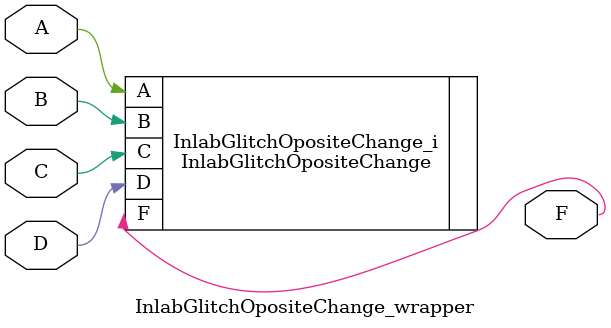
<source format=v>
`timescale 1 ps / 1 ps

module InlabGlitchOpositeChange_wrapper
   (A,
    B,
    C,
    D,
    F);
  input A;
  input B;
  input C;
  input D;
  output F;

  wire A;
  wire B;
  wire C;
  wire D;
  wire F;

  InlabGlitchOpositeChange InlabGlitchOpositeChange_i
       (.A(A),
        .B(B),
        .C(C),
        .D(D),
        .F(F));
endmodule

</source>
